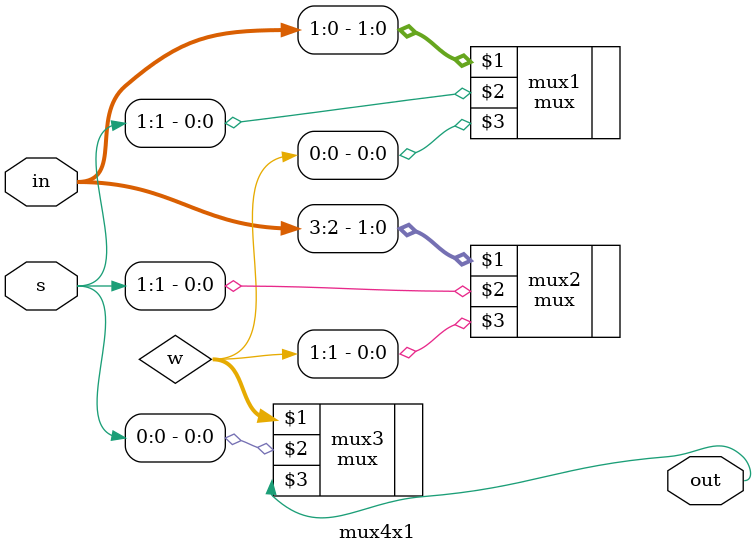
<source format=v>
module mux4x1(input [3:0]in,input [1:0]s,output out);
wire [1:0]w;
mux mux1(in[1:0],s[1],w[0]);
mux mux2(in[3:2],s[1],w[1]);
mux mux3(w[1:0],s[0],out);
endmodule
</source>
